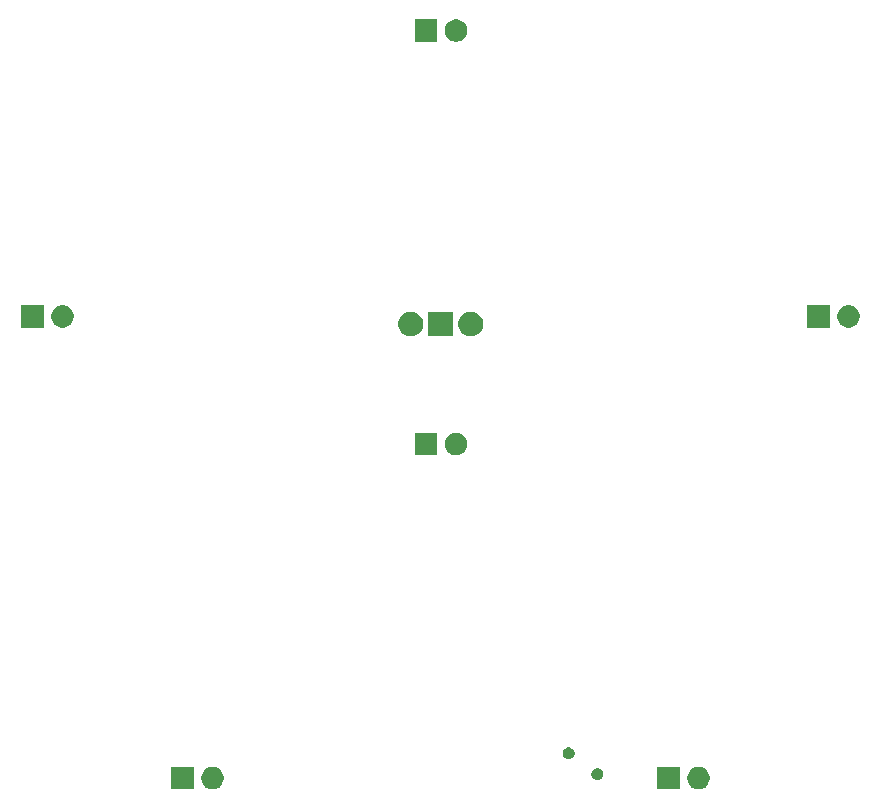
<source format=gbr>
G04 #@! TF.GenerationSoftware,KiCad,Pcbnew,(5.1.2)-2*
G04 #@! TF.CreationDate,2019-11-11T22:41:20-05:00*
G04 #@! TF.ProjectId,LightStar_RevA,4c696768-7453-4746-9172-5f526576412e,rev?*
G04 #@! TF.SameCoordinates,Original*
G04 #@! TF.FileFunction,Soldermask,Top*
G04 #@! TF.FilePolarity,Negative*
%FSLAX46Y46*%
G04 Gerber Fmt 4.6, Leading zero omitted, Abs format (unit mm)*
G04 Created by KiCad (PCBNEW (5.1.2)-2) date 2019-11-11 22:41:20*
%MOMM*%
%LPD*%
G04 APERTURE LIST*
%ADD10C,0.050000*%
G04 APERTURE END LIST*
D10*
G36*
X129467395Y-136385546D02*
G01*
X129640466Y-136457234D01*
X129640467Y-136457235D01*
X129796227Y-136561310D01*
X129928690Y-136693773D01*
X129940429Y-136711342D01*
X130032766Y-136849534D01*
X130104454Y-137022605D01*
X130141000Y-137206333D01*
X130141000Y-137393667D01*
X130104454Y-137577395D01*
X130032766Y-137750466D01*
X130032765Y-137750467D01*
X129928690Y-137906227D01*
X129796227Y-138038690D01*
X129717818Y-138091081D01*
X129640466Y-138142766D01*
X129467395Y-138214454D01*
X129283667Y-138251000D01*
X129096333Y-138251000D01*
X128912605Y-138214454D01*
X128739534Y-138142766D01*
X128662182Y-138091081D01*
X128583773Y-138038690D01*
X128451310Y-137906227D01*
X128347235Y-137750467D01*
X128347234Y-137750466D01*
X128275546Y-137577395D01*
X128239000Y-137393667D01*
X128239000Y-137206333D01*
X128275546Y-137022605D01*
X128347234Y-136849534D01*
X128439571Y-136711342D01*
X128451310Y-136693773D01*
X128583773Y-136561310D01*
X128739533Y-136457235D01*
X128739534Y-136457234D01*
X128912605Y-136385546D01*
X129096333Y-136349000D01*
X129283667Y-136349000D01*
X129467395Y-136385546D01*
X129467395Y-136385546D01*
G37*
G36*
X127601000Y-138251000D02*
G01*
X125699000Y-138251000D01*
X125699000Y-136349000D01*
X127601000Y-136349000D01*
X127601000Y-138251000D01*
X127601000Y-138251000D01*
G37*
G36*
X170617395Y-136385546D02*
G01*
X170790466Y-136457234D01*
X170790467Y-136457235D01*
X170946227Y-136561310D01*
X171078690Y-136693773D01*
X171090429Y-136711342D01*
X171182766Y-136849534D01*
X171254454Y-137022605D01*
X171291000Y-137206333D01*
X171291000Y-137393667D01*
X171254454Y-137577395D01*
X171182766Y-137750466D01*
X171182765Y-137750467D01*
X171078690Y-137906227D01*
X170946227Y-138038690D01*
X170867818Y-138091081D01*
X170790466Y-138142766D01*
X170617395Y-138214454D01*
X170433667Y-138251000D01*
X170246333Y-138251000D01*
X170062605Y-138214454D01*
X169889534Y-138142766D01*
X169812182Y-138091081D01*
X169733773Y-138038690D01*
X169601310Y-137906227D01*
X169497235Y-137750467D01*
X169497234Y-137750466D01*
X169425546Y-137577395D01*
X169389000Y-137393667D01*
X169389000Y-137206333D01*
X169425546Y-137022605D01*
X169497234Y-136849534D01*
X169589571Y-136711342D01*
X169601310Y-136693773D01*
X169733773Y-136561310D01*
X169889533Y-136457235D01*
X169889534Y-136457234D01*
X170062605Y-136385546D01*
X170246333Y-136349000D01*
X170433667Y-136349000D01*
X170617395Y-136385546D01*
X170617395Y-136385546D01*
G37*
G36*
X168751000Y-138251000D02*
G01*
X166849000Y-138251000D01*
X166849000Y-136349000D01*
X168751000Y-136349000D01*
X168751000Y-138251000D01*
X168751000Y-138251000D01*
G37*
G36*
X161867067Y-136457234D02*
G01*
X161915692Y-136466906D01*
X161953458Y-136482549D01*
X162006867Y-136504672D01*
X162006868Y-136504673D01*
X162088925Y-136559501D01*
X162158708Y-136629284D01*
X162158709Y-136629286D01*
X162213537Y-136711342D01*
X162251303Y-136802518D01*
X162270556Y-136899308D01*
X162270556Y-136997998D01*
X162251303Y-137094788D01*
X162213537Y-137185964D01*
X162186308Y-137226715D01*
X162158708Y-137268022D01*
X162088925Y-137337805D01*
X162047618Y-137365405D01*
X162006867Y-137392634D01*
X161953458Y-137414757D01*
X161915692Y-137430400D01*
X161867296Y-137440026D01*
X161818901Y-137449653D01*
X161720211Y-137449653D01*
X161671816Y-137440026D01*
X161623420Y-137430400D01*
X161585654Y-137414757D01*
X161532245Y-137392634D01*
X161491494Y-137365405D01*
X161450187Y-137337805D01*
X161380404Y-137268022D01*
X161352804Y-137226715D01*
X161325575Y-137185964D01*
X161287809Y-137094788D01*
X161268556Y-136997998D01*
X161268556Y-136899308D01*
X161287809Y-136802518D01*
X161325575Y-136711342D01*
X161380403Y-136629286D01*
X161380404Y-136629284D01*
X161450187Y-136559501D01*
X161532244Y-136504673D01*
X161532245Y-136504672D01*
X161585654Y-136482549D01*
X161623420Y-136466906D01*
X161672045Y-136457234D01*
X161720211Y-136447653D01*
X161818901Y-136447653D01*
X161867067Y-136457234D01*
X161867067Y-136457234D01*
G37*
G36*
X159440245Y-134693925D02*
G01*
X159488641Y-134703551D01*
X159526407Y-134719194D01*
X159579816Y-134741317D01*
X159579817Y-134741318D01*
X159661874Y-134796146D01*
X159731657Y-134865929D01*
X159731658Y-134865931D01*
X159786486Y-134947987D01*
X159824252Y-135039163D01*
X159843505Y-135135953D01*
X159843505Y-135234643D01*
X159824252Y-135331433D01*
X159786486Y-135422609D01*
X159786485Y-135422610D01*
X159731657Y-135504667D01*
X159661874Y-135574450D01*
X159620567Y-135602050D01*
X159579816Y-135629279D01*
X159526407Y-135651402D01*
X159488641Y-135667045D01*
X159440245Y-135676672D01*
X159391850Y-135686298D01*
X159293160Y-135686298D01*
X159244765Y-135676672D01*
X159196369Y-135667045D01*
X159158603Y-135651402D01*
X159105194Y-135629279D01*
X159064443Y-135602050D01*
X159023136Y-135574450D01*
X158953353Y-135504667D01*
X158898525Y-135422610D01*
X158898524Y-135422609D01*
X158860758Y-135331433D01*
X158841505Y-135234643D01*
X158841505Y-135135953D01*
X158860758Y-135039163D01*
X158898524Y-134947987D01*
X158953352Y-134865931D01*
X158953353Y-134865929D01*
X159023136Y-134796146D01*
X159105193Y-134741318D01*
X159105194Y-134741317D01*
X159158603Y-134719194D01*
X159196369Y-134703551D01*
X159244765Y-134693925D01*
X159293160Y-134684298D01*
X159391850Y-134684298D01*
X159440245Y-134693925D01*
X159440245Y-134693925D01*
G37*
G36*
X148201000Y-109951000D02*
G01*
X146299000Y-109951000D01*
X146299000Y-108049000D01*
X148201000Y-108049000D01*
X148201000Y-109951000D01*
X148201000Y-109951000D01*
G37*
G36*
X150067395Y-108085546D02*
G01*
X150240466Y-108157234D01*
X150240467Y-108157235D01*
X150396227Y-108261310D01*
X150528690Y-108393773D01*
X150528691Y-108393775D01*
X150632766Y-108549534D01*
X150704454Y-108722605D01*
X150741000Y-108906333D01*
X150741000Y-109093667D01*
X150704454Y-109277395D01*
X150632766Y-109450466D01*
X150632765Y-109450467D01*
X150528690Y-109606227D01*
X150396227Y-109738690D01*
X150317818Y-109791081D01*
X150240466Y-109842766D01*
X150067395Y-109914454D01*
X149883667Y-109951000D01*
X149696333Y-109951000D01*
X149512605Y-109914454D01*
X149339534Y-109842766D01*
X149262182Y-109791081D01*
X149183773Y-109738690D01*
X149051310Y-109606227D01*
X148947235Y-109450467D01*
X148947234Y-109450466D01*
X148875546Y-109277395D01*
X148839000Y-109093667D01*
X148839000Y-108906333D01*
X148875546Y-108722605D01*
X148947234Y-108549534D01*
X149051309Y-108393775D01*
X149051310Y-108393773D01*
X149183773Y-108261310D01*
X149339533Y-108157235D01*
X149339534Y-108157234D01*
X149512605Y-108085546D01*
X149696333Y-108049000D01*
X149883667Y-108049000D01*
X150067395Y-108085546D01*
X150067395Y-108085546D01*
G37*
G36*
X146266564Y-97839389D02*
G01*
X146457833Y-97918615D01*
X146457835Y-97918616D01*
X146629973Y-98033635D01*
X146776365Y-98180027D01*
X146852296Y-98293665D01*
X146891385Y-98352167D01*
X146970611Y-98543436D01*
X147011000Y-98746484D01*
X147011000Y-98953516D01*
X146970611Y-99156564D01*
X146891385Y-99347833D01*
X146891384Y-99347835D01*
X146776365Y-99519973D01*
X146629973Y-99666365D01*
X146457835Y-99781384D01*
X146457834Y-99781385D01*
X146457833Y-99781385D01*
X146266564Y-99860611D01*
X146063516Y-99901000D01*
X145856484Y-99901000D01*
X145653436Y-99860611D01*
X145462167Y-99781385D01*
X145462166Y-99781385D01*
X145462165Y-99781384D01*
X145290027Y-99666365D01*
X145143635Y-99519973D01*
X145028616Y-99347835D01*
X145028615Y-99347833D01*
X144949389Y-99156564D01*
X144909000Y-98953516D01*
X144909000Y-98746484D01*
X144949389Y-98543436D01*
X145028615Y-98352167D01*
X145067705Y-98293665D01*
X145143635Y-98180027D01*
X145290027Y-98033635D01*
X145462165Y-97918616D01*
X145462167Y-97918615D01*
X145653436Y-97839389D01*
X145856484Y-97799000D01*
X146063516Y-97799000D01*
X146266564Y-97839389D01*
X146266564Y-97839389D01*
G37*
G36*
X149551000Y-99901000D02*
G01*
X147449000Y-99901000D01*
X147449000Y-97799000D01*
X149551000Y-97799000D01*
X149551000Y-99901000D01*
X149551000Y-99901000D01*
G37*
G36*
X151346564Y-97839389D02*
G01*
X151537833Y-97918615D01*
X151537835Y-97918616D01*
X151709973Y-98033635D01*
X151856365Y-98180027D01*
X151932296Y-98293665D01*
X151971385Y-98352167D01*
X152050611Y-98543436D01*
X152091000Y-98746484D01*
X152091000Y-98953516D01*
X152050611Y-99156564D01*
X151971385Y-99347833D01*
X151971384Y-99347835D01*
X151856365Y-99519973D01*
X151709973Y-99666365D01*
X151537835Y-99781384D01*
X151537834Y-99781385D01*
X151537833Y-99781385D01*
X151346564Y-99860611D01*
X151143516Y-99901000D01*
X150936484Y-99901000D01*
X150733436Y-99860611D01*
X150542167Y-99781385D01*
X150542166Y-99781385D01*
X150542165Y-99781384D01*
X150370027Y-99666365D01*
X150223635Y-99519973D01*
X150108616Y-99347835D01*
X150108615Y-99347833D01*
X150029389Y-99156564D01*
X149989000Y-98953516D01*
X149989000Y-98746484D01*
X150029389Y-98543436D01*
X150108615Y-98352167D01*
X150147705Y-98293665D01*
X150223635Y-98180027D01*
X150370027Y-98033635D01*
X150542165Y-97918616D01*
X150542167Y-97918615D01*
X150733436Y-97839389D01*
X150936484Y-97799000D01*
X151143516Y-97799000D01*
X151346564Y-97839389D01*
X151346564Y-97839389D01*
G37*
G36*
X114901000Y-99151000D02*
G01*
X112999000Y-99151000D01*
X112999000Y-97249000D01*
X114901000Y-97249000D01*
X114901000Y-99151000D01*
X114901000Y-99151000D01*
G37*
G36*
X116767395Y-97285546D02*
G01*
X116940466Y-97357234D01*
X116940467Y-97357235D01*
X117096227Y-97461310D01*
X117228690Y-97593773D01*
X117228691Y-97593775D01*
X117332766Y-97749534D01*
X117404454Y-97922605D01*
X117441000Y-98106333D01*
X117441000Y-98293667D01*
X117404454Y-98477395D01*
X117332766Y-98650466D01*
X117332765Y-98650467D01*
X117228690Y-98806227D01*
X117096227Y-98938690D01*
X117074041Y-98953514D01*
X116940466Y-99042766D01*
X116767395Y-99114454D01*
X116583667Y-99151000D01*
X116396333Y-99151000D01*
X116212605Y-99114454D01*
X116039534Y-99042766D01*
X115905959Y-98953514D01*
X115883773Y-98938690D01*
X115751310Y-98806227D01*
X115647235Y-98650467D01*
X115647234Y-98650466D01*
X115575546Y-98477395D01*
X115539000Y-98293667D01*
X115539000Y-98106333D01*
X115575546Y-97922605D01*
X115647234Y-97749534D01*
X115751309Y-97593775D01*
X115751310Y-97593773D01*
X115883773Y-97461310D01*
X116039533Y-97357235D01*
X116039534Y-97357234D01*
X116212605Y-97285546D01*
X116396333Y-97249000D01*
X116583667Y-97249000D01*
X116767395Y-97285546D01*
X116767395Y-97285546D01*
G37*
G36*
X183317395Y-97285546D02*
G01*
X183490466Y-97357234D01*
X183490467Y-97357235D01*
X183646227Y-97461310D01*
X183778690Y-97593773D01*
X183778691Y-97593775D01*
X183882766Y-97749534D01*
X183954454Y-97922605D01*
X183991000Y-98106333D01*
X183991000Y-98293667D01*
X183954454Y-98477395D01*
X183882766Y-98650466D01*
X183882765Y-98650467D01*
X183778690Y-98806227D01*
X183646227Y-98938690D01*
X183624041Y-98953514D01*
X183490466Y-99042766D01*
X183317395Y-99114454D01*
X183133667Y-99151000D01*
X182946333Y-99151000D01*
X182762605Y-99114454D01*
X182589534Y-99042766D01*
X182455959Y-98953514D01*
X182433773Y-98938690D01*
X182301310Y-98806227D01*
X182197235Y-98650467D01*
X182197234Y-98650466D01*
X182125546Y-98477395D01*
X182089000Y-98293667D01*
X182089000Y-98106333D01*
X182125546Y-97922605D01*
X182197234Y-97749534D01*
X182301309Y-97593775D01*
X182301310Y-97593773D01*
X182433773Y-97461310D01*
X182589533Y-97357235D01*
X182589534Y-97357234D01*
X182762605Y-97285546D01*
X182946333Y-97249000D01*
X183133667Y-97249000D01*
X183317395Y-97285546D01*
X183317395Y-97285546D01*
G37*
G36*
X181451000Y-99151000D02*
G01*
X179549000Y-99151000D01*
X179549000Y-97249000D01*
X181451000Y-97249000D01*
X181451000Y-99151000D01*
X181451000Y-99151000D01*
G37*
G36*
X148201000Y-74951000D02*
G01*
X146299000Y-74951000D01*
X146299000Y-73049000D01*
X148201000Y-73049000D01*
X148201000Y-74951000D01*
X148201000Y-74951000D01*
G37*
G36*
X150067395Y-73085546D02*
G01*
X150240466Y-73157234D01*
X150240467Y-73157235D01*
X150396227Y-73261310D01*
X150528690Y-73393773D01*
X150528691Y-73393775D01*
X150632766Y-73549534D01*
X150704454Y-73722605D01*
X150741000Y-73906333D01*
X150741000Y-74093667D01*
X150704454Y-74277395D01*
X150632766Y-74450466D01*
X150632765Y-74450467D01*
X150528690Y-74606227D01*
X150396227Y-74738690D01*
X150317818Y-74791081D01*
X150240466Y-74842766D01*
X150067395Y-74914454D01*
X149883667Y-74951000D01*
X149696333Y-74951000D01*
X149512605Y-74914454D01*
X149339534Y-74842766D01*
X149262182Y-74791081D01*
X149183773Y-74738690D01*
X149051310Y-74606227D01*
X148947235Y-74450467D01*
X148947234Y-74450466D01*
X148875546Y-74277395D01*
X148839000Y-74093667D01*
X148839000Y-73906333D01*
X148875546Y-73722605D01*
X148947234Y-73549534D01*
X149051309Y-73393775D01*
X149051310Y-73393773D01*
X149183773Y-73261310D01*
X149339533Y-73157235D01*
X149339534Y-73157234D01*
X149512605Y-73085546D01*
X149696333Y-73049000D01*
X149883667Y-73049000D01*
X150067395Y-73085546D01*
X150067395Y-73085546D01*
G37*
M02*

</source>
